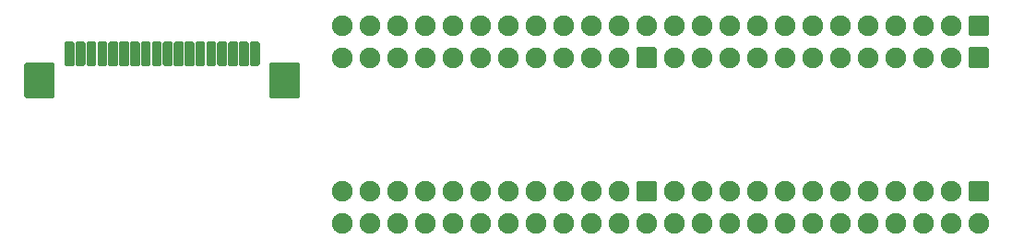
<source format=gbr>
G04 #@! TF.GenerationSoftware,KiCad,Pcbnew,(5.1.9)-1*
G04 #@! TF.CreationDate,2021-11-07T21:08:52+00:00*
G04 #@! TF.ProjectId,RGBtoHDMI Amiga Denise DIP Breakout FFC - CDTV,52474274-6f48-4444-9d49-20416d696761,CDTV*
G04 #@! TF.SameCoordinates,Original*
G04 #@! TF.FileFunction,Soldermask,Top*
G04 #@! TF.FilePolarity,Negative*
%FSLAX46Y46*%
G04 Gerber Fmt 4.6, Leading zero omitted, Abs format (unit mm)*
G04 Created by KiCad (PCBNEW (5.1.9)-1) date 2021-11-07 21:08:52*
%MOMM*%
%LPD*%
G01*
G04 APERTURE LIST*
%ADD10O,1.900000X1.900000*%
G04 APERTURE END LIST*
G36*
G01*
X74345000Y-77020000D02*
X74345000Y-74020000D01*
G75*
G02*
X74495000Y-73870000I150000J0D01*
G01*
X76995000Y-73870000D01*
G75*
G02*
X77145000Y-74020000I0J-150000D01*
G01*
X77145000Y-77020000D01*
G75*
G02*
X76995000Y-77170000I-150000J0D01*
G01*
X74495000Y-77170000D01*
G75*
G02*
X74345000Y-77020000I0J150000D01*
G01*
G37*
G36*
G01*
X96845000Y-77020000D02*
X96845000Y-74020000D01*
G75*
G02*
X96995000Y-73870000I150000J0D01*
G01*
X99495000Y-73870000D01*
G75*
G02*
X99645000Y-74020000I0J-150000D01*
G01*
X99645000Y-77020000D01*
G75*
G02*
X99495000Y-77170000I-150000J0D01*
G01*
X96995000Y-77170000D01*
G75*
G02*
X96845000Y-77020000I0J150000D01*
G01*
G37*
G36*
G01*
X95045000Y-74070000D02*
X95045000Y-72070000D01*
G75*
G02*
X95195000Y-71920000I150000J0D01*
G01*
X95795000Y-71920000D01*
G75*
G02*
X95945000Y-72070000I0J-150000D01*
G01*
X95945000Y-74070000D01*
G75*
G02*
X95795000Y-74220000I-150000J0D01*
G01*
X95195000Y-74220000D01*
G75*
G02*
X95045000Y-74070000I0J150000D01*
G01*
G37*
G36*
G01*
X94045000Y-74070000D02*
X94045000Y-72070000D01*
G75*
G02*
X94195000Y-71920000I150000J0D01*
G01*
X94795000Y-71920000D01*
G75*
G02*
X94945000Y-72070000I0J-150000D01*
G01*
X94945000Y-74070000D01*
G75*
G02*
X94795000Y-74220000I-150000J0D01*
G01*
X94195000Y-74220000D01*
G75*
G02*
X94045000Y-74070000I0J150000D01*
G01*
G37*
G36*
G01*
X93045000Y-74070000D02*
X93045000Y-72070000D01*
G75*
G02*
X93195000Y-71920000I150000J0D01*
G01*
X93795000Y-71920000D01*
G75*
G02*
X93945000Y-72070000I0J-150000D01*
G01*
X93945000Y-74070000D01*
G75*
G02*
X93795000Y-74220000I-150000J0D01*
G01*
X93195000Y-74220000D01*
G75*
G02*
X93045000Y-74070000I0J150000D01*
G01*
G37*
G36*
G01*
X92045000Y-74070000D02*
X92045000Y-72070000D01*
G75*
G02*
X92195000Y-71920000I150000J0D01*
G01*
X92795000Y-71920000D01*
G75*
G02*
X92945000Y-72070000I0J-150000D01*
G01*
X92945000Y-74070000D01*
G75*
G02*
X92795000Y-74220000I-150000J0D01*
G01*
X92195000Y-74220000D01*
G75*
G02*
X92045000Y-74070000I0J150000D01*
G01*
G37*
G36*
G01*
X91045000Y-74070000D02*
X91045000Y-72070000D01*
G75*
G02*
X91195000Y-71920000I150000J0D01*
G01*
X91795000Y-71920000D01*
G75*
G02*
X91945000Y-72070000I0J-150000D01*
G01*
X91945000Y-74070000D01*
G75*
G02*
X91795000Y-74220000I-150000J0D01*
G01*
X91195000Y-74220000D01*
G75*
G02*
X91045000Y-74070000I0J150000D01*
G01*
G37*
G36*
G01*
X90045000Y-74070000D02*
X90045000Y-72070000D01*
G75*
G02*
X90195000Y-71920000I150000J0D01*
G01*
X90795000Y-71920000D01*
G75*
G02*
X90945000Y-72070000I0J-150000D01*
G01*
X90945000Y-74070000D01*
G75*
G02*
X90795000Y-74220000I-150000J0D01*
G01*
X90195000Y-74220000D01*
G75*
G02*
X90045000Y-74070000I0J150000D01*
G01*
G37*
G36*
G01*
X89045000Y-74070000D02*
X89045000Y-72070000D01*
G75*
G02*
X89195000Y-71920000I150000J0D01*
G01*
X89795000Y-71920000D01*
G75*
G02*
X89945000Y-72070000I0J-150000D01*
G01*
X89945000Y-74070000D01*
G75*
G02*
X89795000Y-74220000I-150000J0D01*
G01*
X89195000Y-74220000D01*
G75*
G02*
X89045000Y-74070000I0J150000D01*
G01*
G37*
G36*
G01*
X88045000Y-74070000D02*
X88045000Y-72070000D01*
G75*
G02*
X88195000Y-71920000I150000J0D01*
G01*
X88795000Y-71920000D01*
G75*
G02*
X88945000Y-72070000I0J-150000D01*
G01*
X88945000Y-74070000D01*
G75*
G02*
X88795000Y-74220000I-150000J0D01*
G01*
X88195000Y-74220000D01*
G75*
G02*
X88045000Y-74070000I0J150000D01*
G01*
G37*
G36*
G01*
X87045000Y-74070000D02*
X87045000Y-72070000D01*
G75*
G02*
X87195000Y-71920000I150000J0D01*
G01*
X87795000Y-71920000D01*
G75*
G02*
X87945000Y-72070000I0J-150000D01*
G01*
X87945000Y-74070000D01*
G75*
G02*
X87795000Y-74220000I-150000J0D01*
G01*
X87195000Y-74220000D01*
G75*
G02*
X87045000Y-74070000I0J150000D01*
G01*
G37*
G36*
G01*
X86045000Y-74070000D02*
X86045000Y-72070000D01*
G75*
G02*
X86195000Y-71920000I150000J0D01*
G01*
X86795000Y-71920000D01*
G75*
G02*
X86945000Y-72070000I0J-150000D01*
G01*
X86945000Y-74070000D01*
G75*
G02*
X86795000Y-74220000I-150000J0D01*
G01*
X86195000Y-74220000D01*
G75*
G02*
X86045000Y-74070000I0J150000D01*
G01*
G37*
G36*
G01*
X85045000Y-74070000D02*
X85045000Y-72070000D01*
G75*
G02*
X85195000Y-71920000I150000J0D01*
G01*
X85795000Y-71920000D01*
G75*
G02*
X85945000Y-72070000I0J-150000D01*
G01*
X85945000Y-74070000D01*
G75*
G02*
X85795000Y-74220000I-150000J0D01*
G01*
X85195000Y-74220000D01*
G75*
G02*
X85045000Y-74070000I0J150000D01*
G01*
G37*
G36*
G01*
X84045000Y-74070000D02*
X84045000Y-72070000D01*
G75*
G02*
X84195000Y-71920000I150000J0D01*
G01*
X84795000Y-71920000D01*
G75*
G02*
X84945000Y-72070000I0J-150000D01*
G01*
X84945000Y-74070000D01*
G75*
G02*
X84795000Y-74220000I-150000J0D01*
G01*
X84195000Y-74220000D01*
G75*
G02*
X84045000Y-74070000I0J150000D01*
G01*
G37*
G36*
G01*
X83045000Y-74070000D02*
X83045000Y-72070000D01*
G75*
G02*
X83195000Y-71920000I150000J0D01*
G01*
X83795000Y-71920000D01*
G75*
G02*
X83945000Y-72070000I0J-150000D01*
G01*
X83945000Y-74070000D01*
G75*
G02*
X83795000Y-74220000I-150000J0D01*
G01*
X83195000Y-74220000D01*
G75*
G02*
X83045000Y-74070000I0J150000D01*
G01*
G37*
G36*
G01*
X82045000Y-74070000D02*
X82045000Y-72070000D01*
G75*
G02*
X82195000Y-71920000I150000J0D01*
G01*
X82795000Y-71920000D01*
G75*
G02*
X82945000Y-72070000I0J-150000D01*
G01*
X82945000Y-74070000D01*
G75*
G02*
X82795000Y-74220000I-150000J0D01*
G01*
X82195000Y-74220000D01*
G75*
G02*
X82045000Y-74070000I0J150000D01*
G01*
G37*
G36*
G01*
X81045000Y-74070000D02*
X81045000Y-72070000D01*
G75*
G02*
X81195000Y-71920000I150000J0D01*
G01*
X81795000Y-71920000D01*
G75*
G02*
X81945000Y-72070000I0J-150000D01*
G01*
X81945000Y-74070000D01*
G75*
G02*
X81795000Y-74220000I-150000J0D01*
G01*
X81195000Y-74220000D01*
G75*
G02*
X81045000Y-74070000I0J150000D01*
G01*
G37*
G36*
G01*
X80045000Y-74070000D02*
X80045000Y-72070000D01*
G75*
G02*
X80195000Y-71920000I150000J0D01*
G01*
X80795000Y-71920000D01*
G75*
G02*
X80945000Y-72070000I0J-150000D01*
G01*
X80945000Y-74070000D01*
G75*
G02*
X80795000Y-74220000I-150000J0D01*
G01*
X80195000Y-74220000D01*
G75*
G02*
X80045000Y-74070000I0J150000D01*
G01*
G37*
G36*
G01*
X79045000Y-74070000D02*
X79045000Y-72070000D01*
G75*
G02*
X79195000Y-71920000I150000J0D01*
G01*
X79795000Y-71920000D01*
G75*
G02*
X79945000Y-72070000I0J-150000D01*
G01*
X79945000Y-74070000D01*
G75*
G02*
X79795000Y-74220000I-150000J0D01*
G01*
X79195000Y-74220000D01*
G75*
G02*
X79045000Y-74070000I0J150000D01*
G01*
G37*
G36*
G01*
X78045000Y-74070000D02*
X78045000Y-72070000D01*
G75*
G02*
X78195000Y-71920000I150000J0D01*
G01*
X78795000Y-71920000D01*
G75*
G02*
X78945000Y-72070000I0J-150000D01*
G01*
X78945000Y-74070000D01*
G75*
G02*
X78795000Y-74220000I-150000J0D01*
G01*
X78195000Y-74220000D01*
G75*
G02*
X78045000Y-74070000I0J150000D01*
G01*
G37*
D10*
X103505000Y-85725000D03*
X106045000Y-85725000D03*
X108585000Y-85725000D03*
X111125000Y-85725000D03*
X113665000Y-85725000D03*
X116205000Y-85725000D03*
X118745000Y-85725000D03*
X121285000Y-85725000D03*
X123825000Y-85725000D03*
X126365000Y-85725000D03*
X128905000Y-85725000D03*
G36*
G01*
X132245000Y-86675000D02*
X130645000Y-86675000D01*
G75*
G02*
X130495000Y-86525000I0J150000D01*
G01*
X130495000Y-84925000D01*
G75*
G02*
X130645000Y-84775000I150000J0D01*
G01*
X132245000Y-84775000D01*
G75*
G02*
X132395000Y-84925000I0J-150000D01*
G01*
X132395000Y-86525000D01*
G75*
G02*
X132245000Y-86675000I-150000J0D01*
G01*
G37*
X133985000Y-85725000D03*
X136525000Y-85725000D03*
X139065000Y-85725000D03*
X141605000Y-85725000D03*
X144145000Y-85725000D03*
X146685000Y-85725000D03*
X149225000Y-85725000D03*
X151765000Y-85725000D03*
X154305000Y-85725000D03*
X156845000Y-85725000D03*
X159385000Y-85725000D03*
G36*
G01*
X162725000Y-86675000D02*
X161125000Y-86675000D01*
G75*
G02*
X160975000Y-86525000I0J150000D01*
G01*
X160975000Y-84925000D01*
G75*
G02*
X161125000Y-84775000I150000J0D01*
G01*
X162725000Y-84775000D01*
G75*
G02*
X162875000Y-84925000I0J-150000D01*
G01*
X162875000Y-86525000D01*
G75*
G02*
X162725000Y-86675000I-150000J0D01*
G01*
G37*
X103505000Y-70485000D03*
X106045000Y-70485000D03*
X108585000Y-70485000D03*
X111125000Y-70485000D03*
X113665000Y-70485000D03*
X116205000Y-70485000D03*
X118745000Y-70485000D03*
X121285000Y-70485000D03*
X123825000Y-70485000D03*
X126365000Y-70485000D03*
X128905000Y-70485000D03*
X131445000Y-70485000D03*
X133985000Y-70485000D03*
X136525000Y-70485000D03*
X139065000Y-70485000D03*
X141605000Y-70485000D03*
X144145000Y-70485000D03*
X146685000Y-70485000D03*
X149225000Y-70485000D03*
X151765000Y-70485000D03*
X154305000Y-70485000D03*
X156845000Y-70485000D03*
X159385000Y-70485000D03*
G36*
G01*
X162725000Y-71435000D02*
X161125000Y-71435000D01*
G75*
G02*
X160975000Y-71285000I0J150000D01*
G01*
X160975000Y-69685000D01*
G75*
G02*
X161125000Y-69535000I150000J0D01*
G01*
X162725000Y-69535000D01*
G75*
G02*
X162875000Y-69685000I0J-150000D01*
G01*
X162875000Y-71285000D01*
G75*
G02*
X162725000Y-71435000I-150000J0D01*
G01*
G37*
X161925000Y-88646000D03*
X133985000Y-73406000D03*
X159385000Y-88646000D03*
X136525000Y-73406000D03*
X156845000Y-88646000D03*
X139065000Y-73406000D03*
X154305000Y-88646000D03*
X141605000Y-73406000D03*
X151765000Y-88646000D03*
X144145000Y-73406000D03*
X149225000Y-88646000D03*
X146685000Y-73406000D03*
X146685000Y-88646000D03*
X149225000Y-73406000D03*
X144145000Y-88646000D03*
X151765000Y-73406000D03*
X141605000Y-88646000D03*
X154305000Y-73406000D03*
X139065000Y-88646000D03*
X156845000Y-73406000D03*
X136525000Y-88646000D03*
X159385000Y-73406000D03*
X133985000Y-88646000D03*
G36*
G01*
X161125000Y-72456000D02*
X162725000Y-72456000D01*
G75*
G02*
X162875000Y-72606000I0J-150000D01*
G01*
X162875000Y-74206000D01*
G75*
G02*
X162725000Y-74356000I-150000J0D01*
G01*
X161125000Y-74356000D01*
G75*
G02*
X160975000Y-74206000I0J150000D01*
G01*
X160975000Y-72606000D01*
G75*
G02*
X161125000Y-72456000I150000J0D01*
G01*
G37*
G36*
G01*
X130645000Y-72456000D02*
X132245000Y-72456000D01*
G75*
G02*
X132395000Y-72606000I0J-150000D01*
G01*
X132395000Y-74206000D01*
G75*
G02*
X132245000Y-74356000I-150000J0D01*
G01*
X130645000Y-74356000D01*
G75*
G02*
X130495000Y-74206000I0J150000D01*
G01*
X130495000Y-72606000D01*
G75*
G02*
X130645000Y-72456000I150000J0D01*
G01*
G37*
X103505000Y-88646000D03*
X128905000Y-73406000D03*
X106045000Y-88646000D03*
X126365000Y-73406000D03*
X108585000Y-88646000D03*
X123825000Y-73406000D03*
X111125000Y-88646000D03*
X121285000Y-73406000D03*
X113665000Y-88646000D03*
X118745000Y-73406000D03*
X116205000Y-88646000D03*
X116205000Y-73406000D03*
X118745000Y-88646000D03*
X113665000Y-73406000D03*
X121285000Y-88646000D03*
X111125000Y-73406000D03*
X123825000Y-88646000D03*
X108585000Y-73406000D03*
X126365000Y-88646000D03*
X106045000Y-73406000D03*
X128905000Y-88646000D03*
X103505000Y-73406000D03*
X131445000Y-88646000D03*
M02*

</source>
